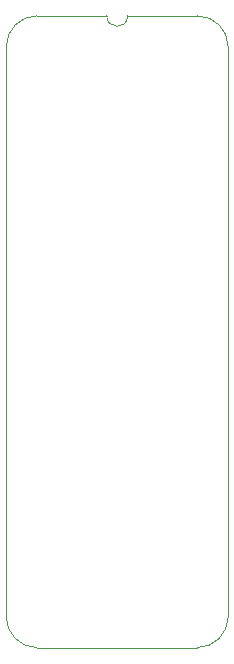
<source format=gm1>
%TF.GenerationSoftware,KiCad,Pcbnew,8.0.7*%
%TF.CreationDate,2025-01-30T15:36:26+02:00*%
%TF.ProjectId,Memory 32KB with Output,4d656d6f-7279-4203-9332-4b4220776974,V0*%
%TF.SameCoordinates,Original*%
%TF.FileFunction,Profile,NP*%
%FSLAX46Y46*%
G04 Gerber Fmt 4.6, Leading zero omitted, Abs format (unit mm)*
G04 Created by KiCad (PCBNEW 8.0.7) date 2025-01-30 15:36:26*
%MOMM*%
%LPD*%
G01*
G04 APERTURE LIST*
%TA.AperFunction,Profile*%
%ADD10C,0.100000*%
%TD*%
G04 APERTURE END LIST*
D10*
%TO.C,J1*%
X-1778000Y-48260000D02*
X-1778000Y0D01*
X6731000Y2616200D02*
X835732Y2613732D01*
X14404267Y2613733D02*
X8509000Y2616200D01*
X14404268Y-50873732D02*
X835733Y-50873733D01*
X17018000Y-48260000D02*
X17017999Y1D01*
X-1778000Y0D02*
G75*
G02*
X835732Y2613732I2613731J1D01*
G01*
X835733Y-50873733D02*
G75*
G02*
X-1778000Y-48260000I-6J2613727D01*
G01*
X8509000Y2616200D02*
G75*
G02*
X6731000Y2616200I-889000J0D01*
G01*
X14404267Y2613733D02*
G75*
G02*
X17017993Y1I-7J-2613733D01*
G01*
X17018000Y-48260000D02*
G75*
G02*
X14404268Y-50873730I-2613730J0D01*
G01*
%TD*%
M02*

</source>
